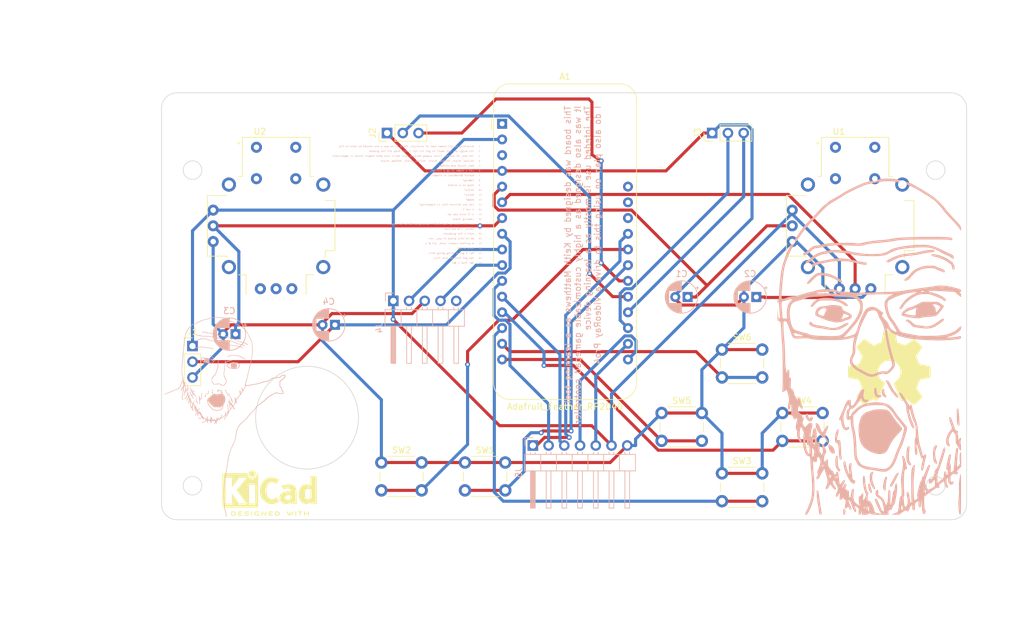
<source format=kicad_pcb>
(kicad_pcb (version 20221018) (generator pcbnew)
  (title_block (title "ROV Controller") (date "2024-02-21") (rev "2"))
  (layers (0 "F.Cu" signal) (31 "B.Cu" signal) (34 "B.Paste" user) (35 "F.Paste" user) (36 "B.SilkS" user "B.Silkscreen") (37 "F.SilkS" user "F.Silkscreen") (38 "B.Mask" user) (39 "F.Mask" user) (44 "Edge.Cuts" user))
  (net 0 "")
  (net 3 "Net-(A1-D24)")
  (net 4 "Net-(A1-D25)")
  (net 5 "Net-(A1-TX)")
  (net 6 "Net-(A1-SDA)")
  (net 7 "Net-(A1-SCL)")
  (net 13 "+3.3V")
  (net 14 "GND")
  (net 15 "Net-(A1-A0)")
  (net 16 "Net-(A1-A1)")
  (net 17 "Net-(A1-A2)")
  (net 18 "Net-(A1-A3)")
  (net 24 "Net-(A1-SCK)")
  (net 25 "Net-(A1-MOSI)")
  (net 26 "Net-(A1-MISO)")
  (net 27 "Net-(A1-RX)")
  (net 28 "Net-(A1-D9)")
  (net 29 "Net-(A1-D10)")
  (net 30 "Net-(A1-D11)")
  (net 31 "Net-(A1-D12)")
  (net 32 "Net-(A1-D13)")
  (net 33 "Net-(A1-D4)")
  (net 34 "Net-(A1-D5)")
  (net 35 "Net-(A1-D6)")
  (footprint "Button_Switch_THT:SW_PUSH_6mm_H5mm" (layer "F.Cu") (at 180.25 105.25)
    (fp_text reference "SW4" (at 3.25 -2) (layer "F.SilkS"))
    (fp_text value "SW_Push")
    (pad "1" thru_hole circle (at 0 0 90) (size 2 2) (drill 1.1) (layers "*.Cu" "*.Mask") (net 14 "GND"))
    (pad "1" thru_hole circle (at 6.5 0 90) (size 2 2) (drill 1.1) (layers "*.Cu" "*.Mask") (net 14 "GND"))
    (pad "2" thru_hole circle (at 0 4.5 90) (size 2 2) (drill 1.1) (layers "*.Cu" "*.Mask") (net 26 "Net-(A1-MISO)"))
    (pad "2" thru_hole circle (at 6.5 4.5 90) (size 2 2) (drill 1.1) (layers "*.Cu" "*.Mask") (net 26 "Net-(A1-MISO)"))
  )
  (footprint "joystick:XDCR_COM-09032" (layer "F.Cu") (at 192 75)
    (fp_text reference "U1" (at -2.625 -15.235) (layer "F.SilkS"))
    (fp_text value "JOYSTICKPTH")
    (pad "B1A" thru_hole circle (at -3.175 -12.7) (size 1.778 1.778) (drill 0.9) (layers "*.Cu" "*.Mask"))
    (pad "B1B" thru_hole circle (at 3.175 -12.7) (size 1.778 1.778) (drill 0.9) (layers "*.Cu" "*.Mask"))
    (pad "B2A" thru_hole circle (at -3.175 -7.62) (size 1.778 1.778) (drill 0.9) (layers "*.Cu" "*.Mask"))
    (pad "B2B" thru_hole circle (at 3.175 -7.62) (size 1.778 1.778) (drill 0.9) (layers "*.Cu" "*.Mask"))
    (pad "H1" thru_hole circle (at -2.54 10.16) (size 1.778 1.778) (drill 0.889) (layers "*.Cu" "*.Mask") (net 13 "+3.3V"))
    (pad "H2" thru_hole circle (at 0 10.16) (size 1.778 1.778) (drill 0.889) (layers "*.Cu" "*.Mask") (net 16 "Net-(A1-A1)"))
    (pad "H3" thru_hole circle (at 2.54 10.16) (size 1.778 1.778) (drill 0.889) (layers "*.Cu" "*.Mask") (net 14 "GND"))
    (pad "S1" thru_hole circle (at -7.62 -6.6675) (size 2.286 2.286) (drill 1.397) (layers "*.Cu" "*.Mask"))
    (pad "S2" thru_hole circle (at -7.62 6.6675) (size 2.286 2.286) (drill 1.397) (layers "*.Cu" "*.Mask"))
    (pad "S3" thru_hole circle (at 7.62 6.6675) (size 2.286 2.286) (drill 1.397) (layers "*.Cu" "*.Mask"))
    (pad "S4" thru_hole circle (at 7.62 -6.6675) (size 2.286 2.286) (drill 1.397) (layers "*.Cu" "*.Mask"))
    (pad "V1" thru_hole circle (at -10.16 -2.54) (size 1.778 1.778) (drill 0.889) (layers "*.Cu" "*.Mask") (net 13 "+3.3V"))
    (pad "V2" thru_hole circle (at -10.16 0) (size 1.778 1.778) (drill 0.889) (layers "*.Cu" "*.Mask") (net 15 "Net-(A1-A0)"))
    (pad "V3" thru_hole circle (at -10.16 2.54) (size 1.778 1.778) (drill 0.889) (layers "*.Cu" "*.Mask") (net 14 "GND"))
  )
  (footprint "Connector_PinHeader_2.54mm:PinHeader_1x03_P2.54mm_Vertical" (layer "F.Cu") (at 85 94.42)
    (fp_text reference "J1" (at 0 -2.33) (layer "F.SilkS"))
    (fp_text value "Conn_01x03_Pin")
    (pad "1" thru_hole rect (at 0 0) (size 1.7 1.7) (drill 1) (layers "*.Cu" "*.Mask") (net 13 "+3.3V"))
    (pad "2" thru_hole oval (at 0 2.54) (size 1.7 1.7) (drill 1) (layers "*.Cu" "*.Mask") (net 18 "Net-(A1-A3)"))
    (pad "3" thru_hole oval (at 0 5.08) (size 1.7 1.7) (drill 1) (layers "*.Cu" "*.Mask") (net 14 "GND"))
  )
  (footprint "Symbol:OSHW-Symbol_13.4x12mm_SilkScreen" (layer "F.Cu") (at 197.5 98)
    (fp_text reference "REF15" hide)
    (fp_text value "OSHW-Symbol_13.4x12mm_SilkScreen" hide)
  )
  (footprint "Button_Switch_THT:SW_PUSH_6mm_H5mm" (layer "F.Cu") (at 115.5 113.25)
    (fp_text reference "SW2" (at 3.25 -2) (layer "F.SilkS"))
    (fp_text value "SW_Push")
    (pad "1" thru_hole circle (at 0 0 90) (size 2 2) (drill 1.1) (layers "*.Cu" "*.Mask") (net 14 "GND"))
    (pad "1" thru_hole circle (at 6.5 0 90) (size 2 2) (drill 1.1) (layers "*.Cu" "*.Mask") (net 14 "GND"))
    (pad "2" thru_hole circle (at 0 4.5 90) (size 2 2) (drill 1.1) (layers "*.Cu" "*.Mask") (net 31 "Net-(A1-D12)"))
    (pad "2" thru_hole circle (at 6.5 4.5 90) (size 2 2) (drill 1.1) (layers "*.Cu" "*.Mask") (net 31 "Net-(A1-D12)"))
  )
  (footprint "Connector_PinHeader_2.54mm:PinHeader_1x03_P2.54mm_Vertical" (layer "F.Cu") (at 116.42 60 90)
    (fp_text reference "J2" (at 0 -2.33 90) (layer "F.SilkS"))
    (fp_text value "Conn_01x03_Pin")
    (pad "1" thru_hole rect (at 0 0 90) (size 1.7 1.7) (drill 1) (layers "*.Cu" "*.Mask") (net 14 "GND"))
    (pad "2" thru_hole oval (at 0 2.54 90) (size 1.7 1.7) (drill 1) (layers "*.Cu" "*.Mask") (net 28 "Net-(A1-D9)"))
    (pad "3" thru_hole oval (at 0 5.08 90) (size 1.7 1.7) (drill 1) (layers "*.Cu" "*.Mask") (net 29 "Net-(A1-D10)"))
  )
  (footprint "joystick:XDCR_COM-09032" (layer "F.Cu") (at 98.5 75)
    (fp_text reference "U2" (at -2.625 -15.235) (layer "F.SilkS"))
    (fp_text value "JOYSTICKPTH")
    (pad "B1A" thru_hole circle (at -3.175 -12.7) (size 1.778 1.778) (drill 0.9) (layers "*.Cu" "*.Mask"))
    (pad "B1B" thru_hole circle (at 3.175 -12.7) (size 1.778 1.778) (drill 0.9) (layers "*.Cu" "*.Mask"))
    (pad "B2A" thru_hole circle (at -3.175 -7.62) (size 1.778 1.778) (drill 0.9) (layers "*.Cu" "*.Mask"))
    (pad "B2B" thru_hole circle (at 3.175 -7.62) (size 1.778 1.778) (drill 0.9) (layers "*.Cu" "*.Mask"))
    (pad "H1" thru_hole circle (at -2.54 10.16) (size 1.778 1.778) (drill 0.889) (layers "*.Cu" "*.Mask"))
    (pad "H2" thru_hole circle (at 0 10.16) (size 1.778 1.778) (drill 0.889) (layers "*.Cu" "*.Mask"))
    (pad "H3" thru_hole circle (at 2.54 10.16) (size 1.778 1.778) (drill 0.889) (layers "*.Cu" "*.Mask"))
    (pad "S1" thru_hole circle (at -7.62 -6.6675) (size 2.286 2.286) (drill 1.397) (layers "*.Cu" "*.Mask"))
    (pad "S2" thru_hole circle (at -7.62 6.6675) (size 2.286 2.286) (drill 1.397) (layers "*.Cu" "*.Mask"))
    (pad "S3" thru_hole circle (at 7.62 6.6675) (size 2.286 2.286) (drill 1.397) (layers "*.Cu" "*.Mask"))
    (pad "S4" thru_hole circle (at 7.62 -6.6675) (size 2.286 2.286) (drill 1.397) (layers "*.Cu" "*.Mask"))
    (pad "V1" thru_hole circle (at -10.16 -2.54) (size 1.778 1.778) (drill 0.889) (layers "*.Cu" "*.Mask") (net 13 "+3.3V"))
    (pad "V2" thru_hole circle (at -10.16 0) (size 1.778 1.778) (drill 0.889) (layers "*.Cu" "*.Mask") (net 17 "Net-(A1-A2)"))
    (pad "V3" thru_hole circle (at -10.16 2.54) (size 1.778 1.778) (drill 0.889) (layers "*.Cu" "*.Mask") (net 14 "GND"))
  )
  (footprint "Button_Switch_THT:SW_PUSH_6mm_H5mm" (layer "F.Cu") (at 170.5 95)
    (fp_text reference "SW6" (at 3.25 -2) (layer "F.SilkS"))
    (fp_text value "SW_Push")
    (pad "1" thru_hole circle (at 0 0 90) (size 2 2) (drill 1.1) (layers "*.Cu" "*.Mask") (net 14 "GND"))
    (pad "1" thru_hole circle (at 6.5 0 90) (size 2 2) (drill 1.1) (layers "*.Cu" "*.Mask") (net 14 "GND"))
    (pad "2" thru_hole circle (at 0 4.5 90) (size 2 2) (drill 1.1) (layers "*.Cu" "*.Mask") (net 5 "Net-(A1-TX)"))
    (pad "2" thru_hole circle (at 6.5 4.5 90) (size 2 2) (drill 1.1) (layers "*.Cu" "*.Mask") (net 5 "Net-(A1-TX)"))
  )
  (footprint "Connector_PinHeader_2.54mm:PinHeader_1x03_P2.54mm_Vertical" (layer "F.Cu") (at 168.92 60 90)
    (fp_text reference "J3" (at 0 -2.33 90) (layer "F.SilkS"))
    (fp_text value "Conn_01x03_Pin")
    (pad "1" thru_hole rect (at 0 0 90) (size 1.7 1.7) (drill 1) (layers "*.Cu" "*.Mask") (net 14 "GND"))
    (pad "2" thru_hole oval (at 0 2.54 90) (size 1.7 1.7) (drill 1) (layers "*.Cu" "*.Mask") (net 34 "Net-(A1-D5)"))
    (pad "3" thru_hole oval (at 0 5.08 90) (size 1.7 1.7) (drill 1) (layers "*.Cu" "*.Mask") (net 35 "Net-(A1-D6)"))
  )
  (footprint "Button_Switch_THT:SW_PUSH_6mm_H5mm" (layer "F.Cu") (at 160.75 105.25)
    (fp_text reference "SW5" (at 3.25 -2) (layer "F.SilkS"))
    (fp_text value "SW_Push")
    (pad "1" thru_hole circle (at 0 0 90) (size 2 2) (drill 1.1) (layers "*.Cu" "*.Mask") (net 14 "GND"))
    (pad "1" thru_hole circle (at 6.5 0 90) (size 2 2) (drill 1.1) (layers "*.Cu" "*.Mask") (net 14 "GND"))
    (pad "2" thru_hole circle (at 0 4.5 90) (size 2 2) (drill 1.1) (layers "*.Cu" "*.Mask") (net 33 "Net-(A1-D4)"))
    (pad "2" thru_hole circle (at 6.5 4.5 90) (size 2 2) (drill 1.1) (layers "*.Cu" "*.Mask") (net 33 "Net-(A1-D4)"))
  )
  (footprint "Module:Adafruit_Feather" (layer "F.Cu") (at 135 58.5)
    (fp_text reference "A1" (at 10.16 -7.62) (layer "F.SilkS"))
    (fp_text value "Adafruit_Feather_RP2040" (at 10.16 45.72) (layer "F.SilkS"))
    (pad "1" thru_hole rect (at 0 0 180) (size 1.6 1.6) (drill 0.8) (layers "*.Cu" "*.Mask"))
    (pad "2" thru_hole circle (at 0 2.54 180) (size 1.6 1.6) (drill 0.8) (layers "*.Cu" "*.Mask") (net 13 "+3.3V"))
    (pad "3" thru_hole circle (at 0 5.08 180) (size 1.6 1.6) (drill 0.8) (layers "*.Cu" "*.Mask"))
    (pad "4" thru_hole circle (at 0 7.62 180) (size 1.6 1.6) (drill 0.8) (layers "*.Cu" "*.Mask") (net 14 "GND"))
    (pad "5" thru_hole circle (at 0 10.16 180) (size 1.6 1.6) (drill 0.8) (layers "*.Cu" "*.Mask") (net 15 "Net-(A1-A0)"))
    (pad "6" thru_hole circle (at 0 12.7 180) (size 1.6 1.6) (drill 0.8) (layers "*.Cu" "*.Mask") (net 16 "Net-(A1-A1)"))
    (pad "7" thru_hole circle (at 0 15.24 180) (size 1.6 1.6) (drill 0.8) (layers "*.Cu" "*.Mask") (net 17 "Net-(A1-A2)"))
    (pad "8" thru_hole circle (at 0 17.78 180) (size 1.6 1.6) (drill 0.8) (layers "*.Cu" "*.Mask") (net 18 "Net-(A1-A3)"))
    (pad "9" thru_hole circle (at 0 20.32 180) (size 1.6 1.6) (drill 0.8) (layers "*.Cu" "*.Mask") (net 3 "Net-(A1-D24)"))
    (pad "10" thru_hole circle (at 0 22.86 180) (size 1.6 1.6) (drill 0.8) (layers "*.Cu" "*.Mask") (net 4 "Net-(A1-D25)"))
    (pad "11" thru_hole circle (at 0 25.4 180) (size 1.6 1.6) (drill 0.8) (layers "*.Cu" "*.Mask") (net 24 "Net-(A1-SCK)"))
    (pad "12" thru_hole circle (at 0 27.94 180) (size 1.6 1.6) (drill 0.8) (layers "*.Cu" "*.Mask") (net 25 "Net-(A1-MOSI)"))
    (pad "13" thru_hole circle (at 0 30.48 180) (size 1.6 1.6) (drill 0.8) (layers "*.Cu" "*.Mask") (net 26 "Net-(A1-MISO)"))
    (pad "14" thru_hole circle (at 0 33.02 180) (size 1.6 1.6) (drill 0.8) (layers "*.Cu" "*.Mask") (net 27 "Net-(A1-RX)"))
    (pad "15" thru_hole circle (at 0 35.56 180) (size 1.6 1.6) (drill 0.8) (layers "*.Cu" "*.Mask") (net 5 "Net-(A1-TX)"))
    (pad "16" thru_hole circle (at 0 38.1 180) (size 1.6 1.6) (drill 0.8) (layers "*.Cu" "*.Mask") (net 33 "Net-(A1-D4)"))
    (pad "17" thru_hole circle (at 20.32 38.1 180) (size 1.6 1.6) (drill 0.8) (layers "*.Cu" "*.Mask") (net 6 "Net-(A1-SDA)"))
    (pad "18" thru_hole circle (at 20.32 35.56 180) (size 1.6 1.6) (drill 0.8) (layers "*.Cu" "*.Mask") (net 7 "Net-(A1-SCL)"))
    (pad "19" thru_hole circle (at 20.32 33.02 180) (size 1.6 1.6) (drill 0.8) (layers "*.Cu" "*.Mask") (net 34 "Net-(A1-D5)"))
    (pad "20" thru_hole circle (at 20.32 30.48 180) (size 1.6 1.6) (drill 0.8) (layers "*.Cu" "*.Mask") (net 35 "Net-(A1-D6)"))
    (pad "21" thru_hole circle (at 20.32 27.94 180) (size 1.6 1.6) (drill 0.8) (layers "*.Cu" "*.Mask") (net 28 "Net-(A1-D9)"))
    (pad "22" thru_hole circle (at 20.32 25.4 180) (size 1.6 1.6) (drill 0.8) (layers "*.Cu" "*.Mask") (net 29 "Net-(A1-D10)"))
    (pad "23" thru_hole circle (at 20.32 22.86 180) (size 1.6 1.6) (drill 0.8) (layers "*.Cu" "*.Mask") (net 30 "Net-(A1-D11)"))
    (pad "24" thru_hole circle (at 20.32 20.32 180) (size 1.6 1.6) (drill 0.8) (layers "*.Cu" "*.Mask") (net 31 "Net-(A1-D12)"))
    (pad "25" thru_hole circle (at 20.32 17.78 180) (size 1.6 1.6) (drill 0.8) (layers "*.Cu" "*.Mask") (net 32 "Net-(A1-D13)"))
    (pad "26" thru_hole circle (at 20.32 15.24 180) (size 1.6 1.6) (drill 0.8) (layers "*.Cu" "*.Mask"))
    (pad "27" thru_hole circle (at 20.32 12.7 180) (size 1.6 1.6) (drill 0.8) (layers "*.Cu" "*.Mask"))
    (pad "28" thru_hole circle (at 20.32 10.16 180) (size 1.6 1.6) (drill 0.8) (layers "*.Cu" "*.Mask"))
  )
  (footprint "Button_Switch_THT:SW_PUSH_6mm_H5mm" (layer "F.Cu") (at 129 113.25)
    (fp_text reference "SW1" (at 3.25 -2) (layer "F.SilkS"))
    (fp_text value "SW_Push")
    (pad "1" thru_hole circle (at 0 0 90) (size 2 2) (drill 1.1) (layers "*.Cu" "*.Mask") (net 14 "GND"))
    (pad "1" thru_hole circle (at 6.5 0 90) (size 2 2) (drill 1.1) (layers "*.Cu" "*.Mask") (net 14 "GND"))
    (pad "2" thru_hole circle (at 0 4.5 90) (size 2 2) (drill 1.1) (layers "*.Cu" "*.Mask") (net 30 "Net-(A1-D11)"))
    (pad "2" thru_hole circle (at 6.5 4.5 90) (size 2 2) (drill 1.1) (layers "*.Cu" "*.Mask") (net 30 "Net-(A1-D11)"))
  )
  (footprint "Button_Switch_THT:SW_PUSH_6mm_H5mm" (layer "F.Cu") (at 170.5 115)
    (fp_text reference "SW3" (at 3.25 -2) (layer "F.SilkS"))
    (fp_text value "SW_Push")
    (pad "1" thru_hole circle (at 0 0 90) (size 2 2) (drill 1.1) (layers "*.Cu" "*.Mask") (net 14 "GND"))
    (pad "1" thru_hole circle (at 6.5 0 90) (size 2 2) (drill 1.1) (layers "*.Cu" "*.Mask") (net 14 "GND"))
    (pad "2" thru_hole circle (at 0 4.5 90) (size 2 2) (drill 1.1) (layers "*.Cu" "*.Mask") (net 27 "Net-(A1-RX)"))
    (pad "2" thru_hole circle (at 6.5 4.5 90) (size 2 2) (drill 1.1) (layers "*.Cu" "*.Mask") (net 27 "Net-(A1-RX)"))
  )
  (footprint "Symbol:KiCad-Logo2_6mm_SilkScreen" (layer "F.Cu") (at 97.5 117.5)
    (fp_text reference "REF30" hide)
    (fp_text value "KiCad-Logo2_6mm_SilkScreen" hide)
  )
  (footprint "symbols:Wojack1" (layer "B.Cu") (at 194.5 93.5 180)
    (fp_text reference "G36" hide)
    (fp_text value "LOGO" hide)
  )
  (footprint "Capacitor_THT:CP_Radial_D5.0mm_P2.00mm" (layer "B.Cu") (at 91.9551 92.5 180)
    (fp_text reference "C3" (at 1 3.75) (layer "B.SilkS") (effects (justify mirror)))
    (fp_text value "C_Polarized")
    (pad "1" thru_hole rect (at 0 0 180) (size 1.6 1.6) (drill 0.8) (layers "*.Cu" "*.Mask") (net 17 "Net-(A1-A2)"))
    (pad "2" thru_hole circle (at 2 0 180) (size 1.6 1.6) (drill 0.8) (layers "*.Cu" "*.Mask") (net 14 "GND"))
  )
  (footprint "Capacitor_THT:CP_Radial_D5.0mm_P2.00mm" (layer "B.Cu") (at 108 91 180)
    (fp_text reference "C4" (at 1 3.75) (layer "B.SilkS") (effects (justify mirror)))
    (fp_text value "C_Polarized")
    (pad "1" thru_hole rect (at 0 0 180) (size 1.6 1.6) (drill 0.8) (layers "*.Cu" "*.Mask") (net 18 "Net-(A1-A3)"))
    (pad "2" thru_hole circle (at 2 0 180) (size 1.6 1.6) (drill 0.8) (layers "*.Cu" "*.Mask") (net 14 "GND"))
  )
  (footprint "Connector_PinHeader_2.54mm:PinHeader_1x05_P2.54mm_Horizontal" (layer "B.Cu") (at 117.425 87.125 -90)
    (fp_text reference "J4" (at 4.385 2.27 90) (layer "B.SilkS") (effects (justify mirror)))
    (fp_text value "Conn_01x05_Pin")
    (pad "1" thru_hole rect (at 0 0 270) (size 1.7 1.7) (drill 1) (layers "*.Cu" "*.Mask") (net 13 "+3.3V"))
    (pad "2" thru_hole oval (at 0 -2.54 270) (size 1.7 1.7) (drill 1) (layers "*.Cu" "*.Mask") (net 3 "Net-(A1-D24)"))
    (pad "3" thru_hole oval (at 0 -5.08 270) (size 1.7 1.7) (drill 1) (layers "*.Cu" "*.Mask") (net 14 "GND"))
    (pad "4" thru_hole oval (at 0 -7.62 270) (size 1.7 1.7) (drill 1) (layers "*.Cu" "*.Mask") (net 4 "Net-(A1-D25)"))
    (pad "5" thru_hole oval (at 0 -10.16 270) (size 1.7 1.7) (drill 1) (layers "*.Cu" "*.Mask"))
  )
  (footprint "Capacitor_THT:CP_Radial_D5.0mm_P2.00mm" (layer "B.Cu") (at 176.0449 86.5 180)
    (fp_text reference "C2" (at 1 3.75) (layer "B.SilkS") (effects (justify mirror)))
    (fp_text value "C_Polarized")
    (pad "1" thru_hole rect (at 0 0 180) (size 1.6 1.6) (drill 0.8) (layers "*.Cu" "*.Mask") (net 16 "Net-(A1-A1)"))
    (pad "2" thru_hole circle (at 2 0 180) (size 1.6 1.6) (drill 0.8) (layers "*.Cu" "*.Mask") (net 14 "GND"))
  )
  (footprint "Connector_PinHeader_2.54mm:PinHeader_1x07_P2.54mm_Horizontal" (layer "B.Cu") (at 139.96 110.5 -90)
    (fp_text reference "J5" (at 4.385 2.27 90) (layer "B.SilkS") (effects (justify mirror)))
    (fp_text value "Conn_01x07_Pin")
    (pad "1" thru_hole rect (at 0 0 270) (size 1.7 1.7) (drill 1) (layers "*.Cu" "*.Mask") (net 32 "Net-(A1-D13)"))
    (pad "2" thru_hole oval (at 0 -2.54 270) (size 1.7 1.7) (drill 1) (layers "*.Cu" "*.Mask") (net 24 "Net-(A1-SCK)"))
    (pad "3" thru_hole oval (at 0 -5.08 270) (size 1.7 1.7) (drill 1) (layers "*.Cu" "*.Mask") (net 25 "Net-(A1-MOSI)"))
    (pad "4" thru_hole oval (at 0 -7.62 270) (size 1.7 1.7) (drill 1) (layers "*.Cu" "*.Mask") (net 6 "Net-(A1-SDA)"))
    (pad "5" thru_hole oval (at 0 -10.16 270) (size 1.7 1.7) (drill 1) (layers "*.Cu" "*.Mask") (net 7 "Net-(A1-SCL)"))
    (pad "6" thru_hole oval (at 0 -12.7 270) (size 1.7 1.7) (drill 1) (layers "*.Cu" "*.Mask") (net 13 "+3.3V"))
    (pad "7" thru_hole oval (at 0 -15.24 270) (size 1.7 1.7) (drill 1) (layers "*.Cu" "*.Mask") (net 14 "GND"))
  )
  (footprint "symbols:Wojack2" (layer "B.Cu") (at 90.5 104 180)
    (fp_text reference "G45" hide)
    (fp_text value "LOGO" hide)
  )
  (footprint "Capacitor_THT:CP_Radial_D5.0mm_P2.00mm" (layer "B.Cu") (at 164.9551 86.5 180)
    (fp_text reference "C1" (at 1 3.75) (layer "B.SilkS") (effects (justify mirror)))
    (fp_text value "C_Polarized")
    (pad "1" thru_hole rect (at 0 0 180) (size 1.6 1.6) (drill 0.8) (layers "*.Cu" "*.Mask") (net 15 "Net-(A1-A0)"))
    (pad "2" thru_hole circle (at 2 0 180) (size 1.6 1.6) (drill 0.8) (layers "*.Cu" "*.Mask") (net 14 "GND"))
  )
  (footprint "symbols:beemovie" (layer "B.Cu") (at 119.5 71.5 180)
    (fp_text reference "G34" hide)
    (fp_text value "LOGO" hide)
  )
  (gr_arc (start 207.5 53.5) (mid 209.267767 54.232233) (end 210 56) (stroke (width 0.1)) (layer "Edge.Cuts"))
  (gr_line (start 210 56) (end 210 120) (stroke (width 0.1)) (layer "Edge.Cuts"))
  (gr_line (start 207.5 122.5) (end 82.5 122.5) (stroke (width 0.1)) (layer "Edge.Cuts"))
  (gr_circle (center 205 117) (end 206.5 117) (stroke (width 0.1)) (fill none) (layer "Edge.Cuts"))
  (gr_circle (center 85 117) (end 86.5 117) (stroke (width 0.1)) (fill none) (layer "Edge.Cuts"))
  (gr_line (start 80 120) (end 80 56) (stroke (width 0.1)) (layer "Edge.Cuts"))
  (gr_circle (center 85 66) (end 86.5 66) (stroke (width 0.1)) (fill none) (layer "Edge.Cuts"))
  (gr_line (start 105 53.5) (end 184 53.5) (stroke (width 0.1)) (layer "Edge.Cuts"))
  (gr_circle (center 205 66) (end 206.5 66) (stroke (width 0.1)) (fill none) (layer "Edge.Cuts"))
  (gr_circle (center 103.5 106) (end 111.8 106) (stroke (width 0.1)) (fill none) (layer "Edge.Cuts"))
  (gr_arc (start 210 120) (mid 209.267767 121.767767) (end 207.5 122.5) (stroke (width 0.1)) (layer "Edge.Cuts"))
  (gr_arc (start 80 56) (mid 80.732233 54.232233) (end 82.5 53.5) (stroke (width 0.1)) (layer "Edge.Cuts"))
  (gr_line (start 184 53.5) (end 207.5 53.5) (stroke (width 0.1)) (layer "Edge.Cuts"))
  (gr_arc (start 82.5 122.5) (mid 80.732233 121.767767) (end 80 120) (stroke (width 0.1)) (layer "Edge.Cuts"))
  (gr_line (start 105 53.5) (end 82.5 53.5) (stroke (width 0.1)) (layer "Edge.Cuts"))
  (gr_text "This board was designed by Keith Matthews as a learning tool.\nIt was also designed as a highly customizable gamepad controller.\nThe inteded use is mostly as a learning device\nI do also plan on using this to drive a VideoRay Pro4\n" (at 151 55.5 90) (layer "B.SilkS") (effects (font (size 1 1)) (justify left bottom mirror)))
  (segment (start 128.27 78.82) (end 135 78.82) (width 0.5) (layer "B.Cu") (net 3))
  (segment (start 119.965 87.125) (end 128.27 78.82) (width 0.5) (layer "B.Cu") (net 3))
  (segment (start 125.045 87.125) (end 130.81 81.36) (width 0.5) (layer "B.Cu") (net 4))
  (segment (start 130.81 81.36) (end 135 81.36) (width 0.5) (layer "B.Cu") (net 4))
  (segment (start 136.2699 95.3299) (end 166.3299 95.3299) (width 0.5) (layer "F.Cu") (net 5))
  (segment (start 135 94.06) (end 136.2699 95.3299) (width 0.5) (layer "F.Cu") (net 5))
  (segment (start 166.3299 95.3299) (end 170.5 99.5) (width 0.5) (layer "F.Cu") (net 5))
  (segment (start 177 99.5) (end 170.5 99.5) (width 0.5) (layer "B.Cu") (net 5))
  (segment (start 156.6096 93.547) (end 156.6096 95.3104) (width 0.5) (layer "B.Cu") (net 6))
  (segment (start 155.8526 92.79) (end 156.6096 93.547) (width 0.5) (layer "B.Cu") (net 6))
  (segment (start 154.8063 92.79) (end 155.8526 92.79) (width 0.5) (layer "B.Cu") (net 6))
  (segment (start 147.58 100.0163) (end 154.8063 92.79) (width 0.5) (layer "B.Cu") (net 6))
  (segment (start 147.58 110.5) (end 147.58 100.0163) (width 0.5) (layer "B.Cu") (net 6))
  (segment (start 156.6096 95.3104) (end 155.32 96.6) (width 0.5) (layer "B.Cu") (net 6))
  (segment (start 150.12 99.26) (end 155.32 94.06) (width 0.5) (layer "B.Cu") (net 7))
  (segment (start 150.12 110.5) (end 150.12 99.26) (width 0.5) (layer "B.Cu") (net 7))
  (segment (start 117.4058 90.111) (end 134.5919 107.2971) (width 0.5) (layer "F.Cu") (net 13))
  (segment (start 134.5919 107.2971) (end 149.4571 107.2971) (width 0.5) (layer "F.Cu") (net 13))
  (segment (start 149.4571 107.2971) (end 152.66 110.5) (width 0.5) (layer "F.Cu") (net 13))
  (via (at 117.4058 90.111) (size 0.8) (drill 0.4) (layers "F.Cu" "B.Cu") (net 13))
  (segment (start 152.66 102.1591) (end 181.7829 73.0362) (width 0.5) (layer "B.Cu") (net 13))
  (segment (start 181.7828 73.0362) (end 181.7829 73.0362) (width 0.5) (layer "B.Cu") (net 13))
  (segment (start 181.7828 72.5172) (end 181.7828 73.0362) (width 0.5) (layer "B.Cu") (net 13))
  (segment (start 181.7829 73.0362) (end 189.46 80.7134) (width 0.5) (layer "B.Cu") (net 13))
  (segment (start 128.845 61.04) (end 135 61.04) (width 0.5) (layer "B.Cu") (net 13))
  (segment (start 152.66 110.5) (end 152.66 102.1591) (width 0.5) (layer "B.Cu") (net 13))
  (segment (start 85 75.8) (end 88.34 72.46) (width 0.5) (layer "B.Cu") (net 13))
  (segment (start 117.425 90.0918) (end 117.4058 90.111) (width 0.5) (layer "B.Cu") (net 13))
  (segment (start 117.425 87.125) (end 117.425 90.0918) (width 0.5) (layer "B.Cu") (net 13))
  (segment (start 181.84 72.46) (end 181.7828 72.5172) (width 0.5) (layer "B.Cu") (net 13))
  (segment (start 85 94.42) (end 85 75.8) (width 0.5) (layer "B.Cu") (net 13))
  (segment (start 117.425 72.46) (end 88.34 72.46) (width 0.5) (layer "B.Cu") (net 13))
  (segment (start 117.425 72.46) (end 128.845 61.04) (width 0.5) (layer "B.Cu") (net 13))
  (segment (start 189.46 80.7134) (end 189.46 85.16) (width 0.5) (layer "B.Cu") (net 13))
  (segment (start 117.425 72.46) (end 117.425 87.125) (width 0.5) (layer "B.Cu") (net 13))
  (segment (start 152.45 113.25) (end 155.2 110.5) (width 0.5) (layer "F.Cu") (net 14))
  (segment (start 106 91) (end 91.2047 91) (width 0.5) (layer "F.Cu") (net 14))
  (segment (start 163.9404 87.7979) (end 172.747 87.7979) (width 0.5) (layer "F.Cu") (net 14))
  (segment (start 162.9551 86.8126) (end 163.9404 87.7979) (width 0.5) (layer "F.Cu") (net 14))
  (segment (start 135 66.12) (end 122.54 66.12) (width 0.5) (layer "F.Cu") (net 14))
  (segment (start 122.505 87.125) (end 120.455 89.175) (width 0.5) (layer "F.Cu") (net 14))
  (segment (start 91.2047 91) (end 89.9551 92.2496) (width 0.5) (layer "F.Cu") (net 14))
  (segment (start 106 90.6975) (end 106 91) (width 0.5) (layer "F.Cu") (net 14))
  (segment (start 122 113.25) (end 115.5 113.25) (width 0.5) (layer "F.Cu") (net 14))
  (segment (start 161.45 66.12) (end 135 66.12) (width 0.5) (layer "F.Cu") (net 14))
  (segment (start 172.747 87.7979) (end 174.0449 86.5) (width 0.5) (layer "F.Cu") (net 14))
  (segment (start 168.92 60) (end 167.57 60) (width 0.5) (layer "F.Cu") (net 14))
  (segment (start 167.57 60) (end 161.45 66.12) (width 0.5) (layer "F.Cu") (net 14))
  (segment (start 186.75 105.25) (end 180.25 105.25) (width 0.5) (layer "F.Cu") (net 14))
  (segment (start 122.54 66.12) (end 116.42 60) (width 0.5) (layer "F.Cu") (net 14))
  (segment (start 167.25 105.25) (end 160.75 105.25) (width 0.5) (layer "F.Cu") (net 14))
  (segment (start 135.5 113.25) (end 152.45 113.25) (width 0.5) (layer "F.Cu") (net 14))
  (segment (start 129 113.25) (end 122 113.25) (width 0.5) (layer "F.Cu") (net 14))
  (segment (start 177 115) (end 170.5 115) (width 0.5) (layer "F.Cu") (net 14))
  (segment (start 89.9551 92.2496) (end 89.9551 92.5) (width 0.5) (layer "F.Cu") (net 14))
  (segment (start 177 95) (end 170.5 95) (width 0.5) (layer "F.Cu") (net 14))
  (segment (start 129 113.25) (end 135.5 113.25) (width 0.5) (layer "F.Cu") (net 14))
  (segment (start 162.9551 86.5) (end 162.9551 86.8126) (width 0.5) (layer "F.Cu") (net 14))
  (segment (start 107.5225 89.175) (end 106 90.6975) (width 0.5) (layer "F.Cu") (net 14))
  (segment (start 120.455 89.175) (end 107.5225 89.175) (width 0.5) (layer "F.Cu") (net 14))
  (segment (start 170.5 115) (end 170.5 108.5) (width 0.5) (layer "B.Cu") (net 14))
  (segment (start 167.25 98.25) (end 167.25 105.25) (width 0.5) (layer "B.Cu") (net 14))
  (segment (start 170.5 108.5) (end 167.25 105.25) (width 0.5) (layer "B.Cu") (net 14))
  (segment (start 106 93.6047) (end 115.5 103.1047) (width 0.5) (layer "B.Cu") (net 14))
  (segment (start 156.55 110.5) (end 156.55 109.45) (width 0.5) (layer "B.Cu") (net 14))
  (segment (start 170.2253 58.6947) (end 168.92 60) (width 0.5) (layer "B.Cu") (net 14))
  (segment (start 162.9551 86.1875) (end 175.3508 73.7918) (width 0.5) (layer "B.Cu") (net 14))
  (segment (start 175.3508 59.4711) (end 174.5744 58.6947) (width 0.5) (layer "B.Cu") (net 14))
  (segment (start 194.54 85.16) (end 193.1582 86.5418) (width 0.5) (layer "B.Cu") (net 14))
  (segment (start 162.9551 86.5) (end 162.9551 86.1875) (width 0.5) (layer "B.Cu") (net 14))
  (segment (start 89.9551 92.5) (end 88.34 90.8849) (width 0.5) (layer "B.Cu") (net 14))
  (segment (start 106 91) (end 106 93.6047) (width 0.5) (layer "B.Cu") (net 14))
  (segment (start 186.7855 84.4117) (end 186.7855 81.8107) (width 0.5) (layer "B.Cu") (net 14))
  (segment (start 177 108.5) (end 180.25 105.25) (width 0.5) (layer "B.Cu") (net 14))
  (segment (start 175.3508 73.7918) (end 175.3508 59.4711) (width 0.5) (layer "B.Cu") (net 14))
  (segment (start 170.5 95) (end 167.25 98.25) (width 0.5) (layer "B.Cu") (net 14))
  (segment (start 174.0449 86.5) (end 174.0449 91.4551) (width 0.5) (layer "B.Cu") (net 14))
  (segment (start 174.5744 58.6947) (end 170.2253 58.6947) (width 0.5) (layer "B.Cu") (net 14))
  (segment (start 155.2 110.5) (end 156.55 110.5) (width 0.5) (layer "B.Cu") (net 14))
  (segment (start 186.7855 81.8107) (end 182.5148 77.54) (width 0.5) (layer "B.Cu") (net 14))
  (segment (start 182.5148 77.54) (end 181.84 77.54) (width 0.5) (layer "B.Cu") (net 14))
  (segment (start 89.9551 94.5449) (end 85 99.5) (width 0.5) (layer "B.Cu") (net 14))
  (segment (start 177 115) (end 177 108.5) (width 0.5) (layer "B.Cu") (net 14))
  (segment (start 188.9156 86.5418) (end 186.7855 84.4117) (width 0.5) (layer "B.Cu") (net 14))
  (segment (start 89.9551 92.5) (end 89.9551 94.5449) (width 0.5) (layer "B.Cu") (net 14))
  (segment (start 115.5 103.1047) (end 115.5 113.25) (width 0.5) (layer "B.Cu") (net 14))
  (segment (start 181.84 77.54) (end 174.0449 85.3351) (width 0.5) (layer "B.Cu") (net 14))
  (segment (start 193.1582 86.5418) (end 188.9156 86.5418) (width 0.5) (layer "B.Cu") (net 14))
  (segment (start 174.0449 85.3351) (end 174.0449 86.5) (width 0.5) (layer "B.Cu") (net 14))
  (segment (start 88.34 90.8849) (end 88.34 77.54) (width 0.5) (layer "B.Cu") (net 14))
  (segment (start 174.0449 91.4551) (end 170.5 95) (width 0.5) (layer "B.Cu") (net 14))
  (segment (start 156.55 109.45) (end 160.75 105.25) (width 0.5) (layer "B.Cu") (net 14))
  (segment (start 168.0953 84.6598) (end 177.7551 75) (width 0.5) (layer "F.Cu") (net 15))
  (segment (start 134.3992 72.4519) (end 155.8874 72.4519) (width 0.5) (layer "F.Cu") (net 15))
  (segment (start 164.9551 86.5) (end 166.2551 86.5) (width 0.5) (layer "F.Cu") (net 15))
  (segment (start 133.7237 71.7764) (end 134.3992 72.4519) (width 0.5) (layer "F.Cu") (net 15))
  (segment (start 135 68.66) (end 133.7237 69.9363) (width 0.5) (layer "F.Cu") (net 15))
  (segment (start 155.8874 72.4519) (end 168.0953 84.6598) (width 0.5) (layer "F.Cu") (net 15))
  (segment (start 133.7237 69.9363) (end 133.7237 71.7764) (width 0.5) (layer "F.Cu") (net 15))
  (segment (start 166.2551 86.5) (end 168.0953 84.6598) (width 0.5) (layer "F.Cu") (net 15))
  (segment (start 177.7551 75) (end 181.84 75) (width 0.5) (layer "F.Cu") (net 15))
  (segment (start 181.2027 69.9259) (end 192 80.7232) (width 0.5) (layer "F.Cu") (net 16))
  (segment (start 177.4216 86.5767) (end 190.5833 86.5767) (width 0.5) (layer "F.Cu") (net 16))
  (segment (start 190.5833 86.5767) (end 192 85.16) (width 0.5) (layer "F.Cu") (net 16))
  (segment (start 136.2741 69.9259) (end 181.2027 69.9259) (width 0.5) (layer "F.Cu") (net 16))
  (segment (start 176.0449 86.5) (end 177.3449 86.5) (width 0.5) (layer "F.Cu") (net 16))
  (segment (start 192 80.7232) (end 192 85.16) (width 0.5) (layer "F.Cu") (net 16))
  (segment (start 177.3449 86.5) (end 177.4216 86.5767) (width 0.5) (layer "F.Cu") (net 16))
  (segment (start 135 71.2) (end 136.2741 69.9259) (width 0.5) (layer "F.Cu") (net 16))
  (segment (start 135 73.74) (end 133.74 75) (width 0.5) (layer "F.Cu") (net 17))
  (segment (start 131.411 75) (end 88.34 75) (width 0.5) (layer "F.Cu") (net 17))
  (segment (start 133.74 75) (end 131.411 75) (width 0.5) (layer "F.Cu") (net 17))
  (via (at 131.411 75) (size 0.8) (drill 0.4) (layers "F.Cu" "B.Cu") (net 17))
  (segment (start 92.4827 79.1427) (end 88.34 75) (width 0.5) (layer "B.Cu") (net 17))
  (segment (start 91.9551 91.2) (end 92.4827 90.6724) (width 0.5) (layer "B.Cu") (net 17))
  (segment (start 91.9551 92.5) (end 91.9551 91.2) (width 0.5) (layer "B.Cu") (net 17))
  (segment (start 92.4827 90.6724) (end 92.4827 79.1427) (width 0.5) (layer "B.Cu") (net 17))
  (segment (start 102.04 96.96) (end 85 96.96) (width 0.5) (layer "F.Cu") (net 18))
  (segment (start 108 91) (end 102.04 96.96) (width 0.5) (layer "F.Cu") (net 18))
  (segment (start 125.993 91) (end 108 91) (width 0.5) (layer "B.Cu") (net 18))
  (segment (start 135 76.28) (end 136.2899 77.5699) (width 0.5) (layer "B.Cu") (net 18))
  (segment (start 136.2899 77.5699) (end 136.2899 81.845) (width 0.5) (layer "B.Cu") (net 18))
  (segment (start 135.5049 82.63) (end 134.363 82.63) (width 0.5) (layer "B.Cu") (net 18))
  (segment (start 134.363 82.63) (end 125.993 91) (width 0.5) (layer "B.Cu") (net 18))
  (segment (start 136.2899 81.845) (end 135.5049 82.63) (width 0.5) (layer "B.Cu") (net 18))
  (segment (start 133.7104 85.1896) (end 135 83.9) (width 0.5) (layer "B.Cu") (net 24))
  (segment (start 142.5 103.8012) (end 136.27 97.5712) (width 0.5) (layer "B.Cu") (net 24))
  (segment (start 136.27 90.9439) (end 135.5761 90.25) (width 0.5) (layer "B.Cu") (net 24))
  (segment (start 135.5761 90.25) (end 134.459 90.25) (width 0.5) (layer "B.Cu") (net 24))
  (segment (start 142.5 110.5) (end 142.5 103.8012) (width 0.5) (layer "B.Cu") (net 24))
  (segment (start 134.459 90.25) (end 133.7104 89.5014) (width 0.5) (layer "B.Cu") (net 24))
  (segment (start 136.27 97.5712) (end 136.27 90.9439) (width 0.5) (layer "B.Cu") (net 24))
  (segment (start 133.7104 89.5014) (end 133.7104 85.1896) (width 0.5) (layer "B.Cu") (net 24))
  (segment (start 144.3381 109.7981) (end 145.04 110.5) (width 0.5) (layer "B.Cu") (net 25))
  (segment (start 144.3381 95.7781) (end 144.3381 109.7981) (width 0.5) (layer "B.Cu") (net 25))
  (segment (start 135 86.44) (end 144.3381 95.7781) (width 0.5) (layer "B.Cu") (net 25))
  (segment (start 160.2014 111.2547) (end 178.7453 111.2547) (width 0.5) (layer "F.Cu") (net 26))
  (segment (start 178.7453 111.2547) (end 180.25 109.75) (width 0.5) (layer "F.Cu") (net 26))
  (segment (start 146.5079 97.5612) (end 160.2014 111.2547) (width 0.5) (layer "F.Cu") (net 26))
  (segment (start 141.761 97.5612) (end 146.5079 97.5612) (width 0.5) (layer "F.Cu") (net 26))
  (segment (start 186.75 109.75) (end 180.25 109.75) (width 0.5) (layer "F.Cu") (net 26))
  (via (at 141.761 97.5612) (size 0.8) (drill 0.4) (layers "F.Cu" "B.Cu") (net 26))
  (segment (start 141.761 95.3687) (end 135.3723 88.98) (width 0.5) (layer "B.Cu") (net 26))
  (segment (start 141.761 97.5612) (end 141.761 95.3687) (width 0.5) (layer "B.Cu") (net 26))
  (segment (start 135.3723 88.98) (end 135 88.98) (width 0.5) (layer "B.Cu") (net 26))
  (segment (start 177 119.5) (end 170.5 119.5) (width 0.5) (layer "F.Cu") (net 27))
  (segment (start 133.7423 92.7777) (end 133.7423 118.0512) (width 0.5) (layer "B.Cu") (net 27))
  (segment (start 133.7423 118.0512) (end 135.1911 119.5) (width 0.5) (layer "B.Cu") (net 27))
  (segment (start 135.1911 119.5) (end 170.5 119.5) (width 0.5) (layer "B.Cu") (net 27))
  (segment (start 135 91.52) (end 133.7423 92.7777) (width 0.5) (layer "B.Cu") (net 27))
  (segment (start 149.131 82.7174) (end 152.8536 86.44) (width 0.5) (layer "F.Cu") (net 28))
  (segment (start 152.8536 86.44) (end 155.32 86.44) (width 0.5) (layer "F.Cu") (net 28))
  (via (at 149.131 82.7174) (size 0.8) (drill 0.4) (layers "F.Cu" "B.Cu") (net 28))
  (segment (start 121.7119 57.2481) (end 136.0492 57.2481) (width 0.5) (layer "B.Cu") (net 28))
  (segment (start 118.96 60) (end 121.7119 57.2481) (width 0.5) (layer "B.Cu") (net 28))
  (segment (start 149.131 70.3299) (end 149.131 82.7174) (width 0.5) (layer "B.Cu") (net 28))
  (segment (start 136.0492 57.2481) (end 149.131 70.3299) (width 0.5) (layer "B.Cu") (net 28))
  (segment (start 153.9 83.9) (end 155.32 83.9) (width 0.5) (layer "F.Cu") (net 29))
  (segment (start 149 54.5) (end 149.5 55) (width 0.5) (layer "F.Cu") (net 29))
  (segment (start 128.5 60) (end 134 54.5) (width 0.5) (layer "F.Cu") (net 29))
  (segment (start 151 81) (end 153.9 83.9) (width 0.5) (layer "F.Cu") (net 29))
  (segment (start 149.5 63.5) (end 151 64.5) (width 0.5) (layer "F.Cu") (net 29))
  (segment (start 134 54.5) (end 149 54.5) (width 0.5) (layer "F.Cu") (net 29))
  (segment (start 151 64.5) (end 150.5 64.5) (width 0.5) (layer "F.Cu") (net 29))
  (segment (start 121.5 60) (end 128.5 60) (width 0.5) (layer "F.Cu") (net 29))
  (segment (start 149.5 55) (end 149.5 63.5) (width 0.5) (layer "F.Cu") (net 29))
  (via (at 151 81) (size 0.8) (drill 0.4) (layers "F.Cu" "B.Cu") (net 29))
  (via (at 151 64.5) (size 0.8) (drill 0.4) (layers "F.Cu" "B.Cu") (net 29))
  (segment (start 151 80.797918) (end 151 80.797918) (width 0.5) (layer "B.Cu") (net 29))
  (segment (start 150.797918 81) (end 150.898959 80.898959) (width 0.5) (layer "B.Cu") (net 29))
  (segment (start 151 64.5) (end 151 80.797918) (width 0.5) (layer "B.Cu") (net 29))
  (segment (start 151 81) (end 150.797918 81) (width 0.5) (layer "B.Cu") (net 29))
  (segment (start 151 80.797918) (end 151 81) (width 0.5) (layer "B.Cu") (net 29))
  (segment (start 146.132 108.149) (end 141.59 108.149) (width 0.5) (layer "F.Cu") (net 30))
  (segment (start 135.5 117.75) (end 129 117.75) (width 0.5) (layer "F.Cu") (net 30))
  (segment (start 141.59 108.149) (end 141.303 108.436) (width 0.5) (layer "F.Cu") (net 30))
  (via (at 141.303 108.436) (size 0.8) (drill 0.4) (layers "F.Cu" "B.Cu") (net 30))
  (via (at 146.132 108.149) (size 0.8) (drill 0.4) (layers "F.Cu" "B.Cu") (net 30))
  (segment (start 138.5496 114.7004) (end 135.5 117.75) (width 0.5) (layer "B.Cu") (net 30))
  (segment (start 141.303 108.436) (end 139.6503 108.436) (width 0.5) (layer "B.Cu") (net 30))
  (segment (start 138.5497 114.7004) (end 138.5496 114.7004) (width 0.5) (layer "B.Cu") (net 30))
  (segment (start 146.132 108.149) (end 146.132 90.548) (width 0.5) (layer "B.Cu") (net 30))
  (segment (start 146.132 90.548) (end 155.32 81.36) (width 0.5) (layer "B.Cu") (net 30))
  (segment (start 138.5497 109.5366) (end 138.5497 114.7004) (width 0.5) (layer "B.Cu") (net 30))
  (segment (start 139.6503 108.436) (end 138.5497 109.5366) (width 0.5) (layer "B.Cu") (net 30))
  (segment (start 155.32 78.82) (end 148.0533 78.82) (width 0.5) (layer "F.Cu") (net 31))
  (segment (start 148.0533 78.82) (end 136.6233 90.25) (width 0.5) (layer "F.Cu") (net 31))
  (segment (start 129.418 95.2892) (end 129.418 97.4119) (width 0.5) (layer "F.Cu") (net 31))
  (segment (start 134.4572 90.25) (end 129.418 95.2892) (width 0.5) (layer "F.Cu") (net 31))
  (segment (start 136.6233 90.25) (end 134.4572 90.25) (width 0.5) (layer "F.Cu") (net 31))
  (segment (start 122 117.75) (end 115.5 117.75) (width 0.5) (layer "F.Cu") (net 31))
  (via (at 129.418 97.4119) (size 0.8) (drill 0.4) (layers "F.Cu" "B.Cu") (net 31))
  (segment (start 129.418 97.4119) (end 129.418 110.332) (width 0.5) (layer "B.Cu") (net 31))
  (segment (start 129.418 110.332) (end 122 117.75) (width 0.5) (layer "B.Cu") (net 31))
  (segment (start 139.96 110.5) (end 140.5513 110.5) (width 0.5) (layer "F.Cu") (net 32))
  (segment (start 140.5513 110.5) (end 141.8532 109.1981) (width 0.5) (layer "F.Cu") (net 32))
  (segment (start 141.8532 109.1981) (end 145.8278 109.1981) (width 0.5) (layer "F.Cu") (net 32))
  (via (at 145.8278 109.1981) (size 0.8) (drill 0.4) (layers "F.Cu" "B.Cu") (net 32))
  (segment (start 155.32 76.28) (end 154.0304 77.5696) (width 0.5) (layer "B.Cu") (net 32))
  (segment (start 154.0304 80.6902) (end 145.2662 89.4544) (width 0.5) (layer "B.Cu") (net 32))
  (segment (start 154.0304 77.5696) (end 154.0304 80.6902) (width 0.5) (layer "B.Cu") (net 32))
  (segment (start 145.2662 89.4544) (end 145.2662 108.6365) (width 0.5) (layer "B.Cu") (net 32))
  (segment (start 145.2662 108.6365) (end 145.8278 109.1981) (width 0.5) (layer "B.Cu") (net 32))
  (segment (start 147.6 96.6) (end 160.75 109.75) (width 0.5) (layer "F.Cu") (net 33))
  (segment (start 135 96.6) (end 147.6 96.6) (width 0.5) (layer "F.Cu") (net 33))
  (segment (start 167.25 109.75) (end 160.75 109.75) (width 0.5) (layer "F.Cu") (net 33))
  (segment (start 154.062 90.262) (end 154.062 85.9213) (width 0.5) (layer "B.Cu") (net 34))
  (segment (start 154.8133 85.17) (end 155.9115 85.17) (width 0.5) (layer "B.Cu") (net 34))
  (segment (start 155.32 91.52) (end 154.062 90.262) (width 0.5) (layer "B.Cu") (net 34))
  (segment (start 171.46 69.6215) (end 171.46 60) (width 0.5) (layer "B.Cu") (net 34))
  (segment (start 155.9115 85.17) (end 171.46 69.6215) (width 0.5) (layer "B.Cu") (net 34))
  (segment (start 154.062 85.9213) (end 154.8133 85.17) (width 0.5) (layer "B.Cu") (net 34))
  (segment (start 155.32 88.98) (end 174 70.3) (width 0.5) (layer "B.Cu") (net 35))
  (segment (start 174 70.3) (end 174 60) (width 0.5) (layer "B.Cu") (net 35))
)
</source>
